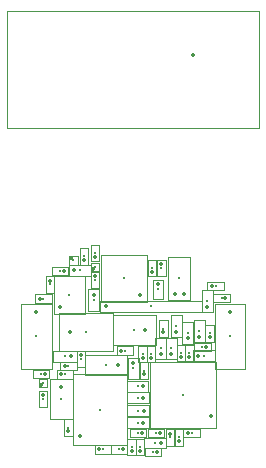
<source format=gbr>
%TF.GenerationSoftware,KiCad,Pcbnew,(6.0.0)*%
%TF.CreationDate,2022-12-06T16:55:36-05:00*%
%TF.ProjectId,headstage-64s,68656164-7374-4616-9765-2d3634732e6b,B*%
%TF.SameCoordinates,Original*%
%TF.FileFunction,Component,L1,Top*%
%TF.FilePolarity,Positive*%
%FSLAX46Y46*%
G04 Gerber Fmt 4.6, Leading zero omitted, Abs format (unit mm)*
G04 Created by KiCad (PCBNEW (6.0.0)) date 2022-12-06 16:55:36*
%MOMM*%
%LPD*%
G01*
G04 APERTURE LIST*
%TA.AperFunction,ComponentMain*%
%ADD10C,0.300000*%
%TD*%
%TA.AperFunction,ComponentOutline,Courtyard*%
%ADD11C,0.100000*%
%TD*%
%TA.AperFunction,ComponentPin*%
%ADD12P,0.360000X4X0.000000*%
%TD*%
%TA.AperFunction,ComponentPin*%
%ADD13C,0.000000*%
%TD*%
G04 APERTURE END LIST*
D10*
%TO.C,"J1"*%
%TO.CFtp,"Coax-Adapter"*%
%TO.CVal,"CONMHF4-SMD-G-T"*%
%TO.CLbN,"Headstage-64s"*%
%TO.CMnt,SMD*%
%TO.CRot,0*%
X123610000Y-61550000D03*
D11*
X125409999Y-62849999D02*
X121810001Y-62849999D01*
X121810001Y-60250001D01*
X125409999Y-60250001D01*
X125409999Y-62849999D01*
D12*
%TO.P,"J1","1","In"*%
X124510000Y-61550000D03*
D13*
%TO.P,"J1","2","Ext"*%
X122710000Y-61550000D03*
%TD*%
D10*
%TO.C,"D3"*%
%TO.CFtp,"OSRAM_SFH2400FA-Tight"*%
%TO.CVal,"SFH 2400 FA"*%
%TO.CLbN,"jonnew"*%
%TO.CMnt,SMD*%
%TO.CRot,0*%
X131700000Y-62100000D03*
D11*
X132999999Y-64899999D02*
X130400001Y-64899999D01*
X130400001Y-59400001D01*
X132999999Y-59400001D01*
X132999999Y-64899999D01*
D12*
%TO.P,"D3","1","K"*%
X131700000Y-60050000D03*
D13*
%TO.P,"D3","3","A"*%
X131050000Y-64200000D03*
%TO.P,"D3","2","C"*%
X132350000Y-64200000D03*
%TD*%
D10*
%TO.C,"D1"*%
%TO.CFtp,"OSRAM_SFH2400FA-Tight"*%
%TO.CVal,"SFH 2400 FA"*%
%TO.CLbN,"jonnew"*%
%TO.CMnt,SMD*%
%TO.CRot,0*%
X115300000Y-62100000D03*
D11*
X116599999Y-64899999D02*
X114000001Y-64899999D01*
X114000001Y-59400001D01*
X116599999Y-59400001D01*
X116599999Y-64899999D01*
D12*
%TO.P,"D1","1","K"*%
X115300000Y-60050000D03*
D13*
%TO.P,"D1","3","A"*%
X114650000Y-64200000D03*
%TO.P,"D1","2","C"*%
X115950000Y-64200000D03*
%TD*%
D10*
%TO.C,"C24"*%
%TO.CFtp,"C_0201_0603Metric"*%
%TO.CVal,"0.1uF"*%
%TO.CLbN,"Capacitor_SMD"*%
%TO.CMnt,SMD*%
%TO.CRot,0*%
X115900000Y-58900000D03*
D11*
X116599999Y-59249999D02*
X115200001Y-59249999D01*
X115200001Y-58550001D01*
X116599999Y-58550001D01*
X116599999Y-59249999D01*
D12*
%TO.P,"C24","1"*%
X115580000Y-58900000D03*
D13*
%TO.P,"C24","2"*%
X116220000Y-58900000D03*
%TD*%
D10*
%TO.C,"L7"*%
%TO.CFtp,"L_0402_1005Metric"*%
%TO.CVal,"BLM15AX102SN1D"*%
%TO.CLbN,"Inductor_SMD"*%
%TO.CMnt,SMD*%
%TO.CRot,90*%
X127150000Y-61225000D03*
D11*
X127619999Y-62154999D02*
X126680001Y-62154999D01*
X126680001Y-60295001D01*
X127619999Y-60295001D01*
X127619999Y-62154999D01*
D12*
%TO.P,"L7","1","1"*%
X127150000Y-61710000D03*
D13*
%TO.P,"L7","2","2"*%
X127150000Y-60740000D03*
%TD*%
D10*
%TO.C,"L2"*%
%TO.CFtp,"L_0402_1005Metric"*%
%TO.CVal,"BLM15AX102SN1D"*%
%TO.CLbN,"Inductor_SMD"*%
%TO.CMnt,SMD*%
%TO.CRot,180*%
X123885000Y-67300000D03*
D11*
X124814999Y-67769999D02*
X122955001Y-67769999D01*
X122955001Y-66830001D01*
X124814999Y-66830001D01*
X124814999Y-67769999D01*
D12*
%TO.P,"L2","1","1"*%
X124370000Y-67300000D03*
D13*
%TO.P,"L2","2","2"*%
X123400000Y-67300000D03*
%TD*%
D10*
%TO.C,"L1"*%
%TO.CFtp,"L_0402_1005Metric"*%
%TO.CVal,"BLM15AX102SN1D"*%
%TO.CLbN,"Inductor_SMD"*%
%TO.CMnt,SMD*%
%TO.CRot,180*%
X123900000Y-68400000D03*
D11*
X124829999Y-68869999D02*
X122970001Y-68869999D01*
X122970001Y-67930001D01*
X124829999Y-67930001D01*
X124829999Y-68869999D01*
D12*
%TO.P,"L1","1","1"*%
X124385000Y-68400000D03*
D13*
%TO.P,"L1","2","2"*%
X123415000Y-68400000D03*
%TD*%
D10*
%TO.C,"R16"*%
%TO.CFtp,"R_0201_0603Metric"*%
%TO.CVal,"15k"*%
%TO.CLbN,"Resistor_SMD"*%
%TO.CMnt,SMD*%
%TO.CRot,-90*%
X116475000Y-57700000D03*
D11*
X116824999Y-58399999D02*
X116125001Y-58399999D01*
X116125001Y-57000001D01*
X116824999Y-57000001D01*
X116824999Y-58399999D01*
D12*
%TO.P,"R16","1"*%
X116475000Y-57380000D03*
D13*
%TO.P,"R16","2"*%
X116475000Y-58020000D03*
%TD*%
D10*
%TO.C,"C41"*%
%TO.CFtp,"C_0201_0603Metric"*%
%TO.CVal,"1uF"*%
%TO.CLbN,"Capacitor_SMD"*%
%TO.CMnt,SMD*%
%TO.CRot,180*%
X117330000Y-56550000D03*
D11*
X118029999Y-56899999D02*
X116630001Y-56899999D01*
X116630001Y-56200001D01*
X118029999Y-56200001D01*
X118029999Y-56899999D01*
D12*
%TO.P,"C41","1"*%
X117650000Y-56550000D03*
D13*
%TO.P,"C41","2"*%
X117010000Y-56550000D03*
%TD*%
D10*
%TO.C,"SW1"*%
%TO.CFtp,"MITSUMI_R-668049"*%
%TO.CVal,"R-668049"*%
%TO.CLbN,"jonnew"*%
%TO.CMnt,SMD*%
%TO.CRot,90*%
X127400000Y-57200000D03*
D11*
X128324999Y-59024999D02*
X126475001Y-59024999D01*
X126475001Y-55375001D01*
X128324999Y-55375001D01*
X128324999Y-59024999D01*
D12*
%TO.P,"SW1","1","1"*%
X127775000Y-58525000D03*
X127025000Y-58525000D03*
D13*
%TO.P,"SW1","2","2"*%
X127025000Y-55875000D03*
X127775000Y-55875000D03*
%TD*%
D10*
%TO.C,"C27"*%
%TO.CFtp,"C_0201_0603Metric"*%
%TO.CVal,"1uF"*%
%TO.CLbN,"Capacitor_SMD"*%
%TO.CMnt,SMD*%
%TO.CRot,180*%
X115700000Y-65300000D03*
D11*
X116399999Y-65649999D02*
X115000001Y-65649999D01*
X115000001Y-64950001D01*
X116399999Y-64950001D01*
X116399999Y-65649999D01*
D12*
%TO.P,"C27","1"*%
X116020000Y-65300000D03*
D13*
%TO.P,"C27","2"*%
X115380000Y-65300000D03*
%TD*%
D10*
%TO.C,"U8"*%
%TO.CFtp,"LATTICE_ufcBGA64C40P8X8_3.5X3.5X1.0"*%
%TO.CVal,"LIF-MD6000-6UMG64I"*%
%TO.CLbN,"jonnew"*%
%TO.CMnt,SMD*%
%TO.CRot,180*%
X122700000Y-57200000D03*
D11*
X124649999Y-59149999D02*
X120750001Y-59149999D01*
X120750001Y-55250001D01*
X124649999Y-55250001D01*
X124649999Y-59149999D01*
D12*
%TO.P,"U8","A1","DPHY1_CKP"*%
X124100000Y-58600000D03*
D13*
%TO.P,"U8","A2","DPHY1_CKN"*%
X123700000Y-58600000D03*
%TO.P,"U8","A3","DPHY1_DP3"*%
X123300000Y-58600000D03*
%TO.P,"U8","A4","DPHY1_DN3"*%
X122900000Y-58600000D03*
%TO.P,"U8","A5","DPHY0_DN2"*%
X122500000Y-58600000D03*
%TO.P,"U8","A6","DPHY0_DP0"*%
X122100000Y-58600000D03*
%TO.P,"U8","A7","DPHY0_CKP"*%
X121700000Y-58600000D03*
%TO.P,"U8","A8","DPHY0_CKN"*%
X121300000Y-58600000D03*
%TO.P,"U8","B1","DPHY1_DP2"*%
X124100000Y-58200000D03*
%TO.P,"U8","B2","DPHY1_DN2"*%
X123700000Y-58200000D03*
%TO.P,"U8","B3","DPHY1_DP1"*%
X123300000Y-58200000D03*
%TO.P,"U8","B4","DPHY1_DN1"*%
X122900000Y-58200000D03*
%TO.P,"U8","B5","DPHY0_DP2"*%
X122500000Y-58200000D03*
%TO.P,"U8","B6","DPHY0_DN0"*%
X122100000Y-58200000D03*
%TO.P,"U8","B7","DPHY0_DP3"*%
X121700000Y-58200000D03*
%TO.P,"U8","B8","DPHY0_DN3"*%
X121300000Y-58200000D03*
%TO.P,"U8","C1","DPHY1_DP0"*%
X124100000Y-57800000D03*
%TO.P,"U8","C2","DPHY1_DN0"*%
X123700000Y-57800000D03*
%TO.P,"U8","C3","PCLKT0_0/USER_SDA/PB47"*%
X123300000Y-57800000D03*
%TO.P,"U8","C4","VCCPLL_DPHYx_"*%
X122900000Y-57800000D03*
%TO.P,"U8","C5","VCCA_DPHYx"*%
X122500000Y-57800000D03*
%TO.P,"U8","C6","GNDA_DPHYx"*%
X122100000Y-57800000D03*
%TO.P,"U8","C7","DPHY0_DP1"*%
X121700000Y-57800000D03*
%TO.P,"U8","C8","DPHY0_DN1"*%
X121300000Y-57800000D03*
%TO.P,"U8","D1","PB34B"*%
X124100000Y-57400000D03*
%TO.P,"U8","D2","GR_PCLK1_0/PB34A"*%
X123700000Y-57400000D03*
%TO.P,"U8","D3","SPI_SS/CSN/SCL/PB52"*%
X123300000Y-57400000D03*
%TO.P,"U8","D4","GND"*%
X122900000Y-57400000D03*
%TO.P,"U8","D5","VCC"*%
X122500000Y-57400000D03*
%TO.P,"U8","D6","VCCAUX"*%
X122100000Y-57400000D03*
%TO.P,"U8","D7","PCLKT2_0_/PB16A"*%
X121700000Y-57400000D03*
%TO.P,"U8","D8","GPLLT2_0/PB12A"*%
X121300000Y-57400000D03*
%TO.P,"U8","E1","MISO/PB51"*%
X124100000Y-57000000D03*
%TO.P,"U8","E2","CRESET_B"*%
X123700000Y-57000000D03*
%TO.P,"U8","E3","PCLKT0_1/USER_SCL/PB48"*%
X123300000Y-57000000D03*
%TO.P,"U8","E4","VCC"*%
X122900000Y-57000000D03*
%TO.P,"U8","E5","GND"*%
X122500000Y-57000000D03*
%TO.P,"U8","E6","VCCIO2"*%
X122100000Y-57000000D03*
%TO.P,"U8","E7","PCLKC2_0_/PB16B"*%
X121700000Y-57000000D03*
%TO.P,"U8","E8","GPLLC2_0/PB12B"*%
X121300000Y-57000000D03*
%TO.P,"U8","F1","SPI_SCK/MCK/SDA/PB53"*%
X124100000Y-56600000D03*
%TO.P,"U8","F2","MOSI/PB50"*%
X123700000Y-56600000D03*
%TO.P,"U8","F3","VCCIO0"*%
X123300000Y-56600000D03*
%TO.P,"U8","F4","VCCIO1"*%
X122900000Y-56600000D03*
%TO.P,"U8","F5","GND"*%
X122500000Y-56600000D03*
%TO.P,"U8","F6","VCCIO2"*%
X122100000Y-56600000D03*
%TO.P,"U8","F7","GR_PCLK2_0_/PB6A"*%
X121700000Y-56600000D03*
%TO.P,"U8","F8","PB6B"*%
X121300000Y-56600000D03*
%TO.P,"U8","G1","PB38D"*%
X124100000Y-56200000D03*
%TO.P,"U8","G2","PB38C"*%
X123700000Y-56200000D03*
%TO.P,"U8","G3","PMU_WKUPN/CDONE/PB49"*%
X123300000Y-56200000D03*
%TO.P,"U8","G4","VCCGPLL"*%
X122900000Y-56200000D03*
%TO.P,"U8","G5","PCLKC1_0/PB29B"*%
X122500000Y-56200000D03*
%TO.P,"U8","G6","PCLKT1_0/PB29A"*%
X122100000Y-56200000D03*
%TO.P,"U8","G7","MIPI_CLKC2_0/PB2D"*%
X121700000Y-56200000D03*
%TO.P,"U8","G8","MIPI_CLKT2_0/PB2C"*%
X121300000Y-56200000D03*
%TO.P,"U8","H1","MIPI_CLKC1_0/PB34D"*%
X124100000Y-55800000D03*
%TO.P,"U8","H2","MIPI_CLKT1_0/PB34C"*%
X123700000Y-55800000D03*
%TO.P,"U8","H3","PCLKT1_1/PB29C"*%
X123300000Y-55800000D03*
%TO.P,"U8","H4","PCLKC1_1/PB29D"*%
X122900000Y-55800000D03*
%TO.P,"U8","H5","PCLKC2_1/PB16D"*%
X122500000Y-55800000D03*
%TO.P,"U8","H6","PCLKT2_1/PB16C"*%
X122100000Y-55800000D03*
%TO.P,"U8","H7","PB12D"*%
X121700000Y-55800000D03*
%TO.P,"U8","H8","PB12C"*%
X121300000Y-55800000D03*
%TD*%
D10*
%TO.C,"R15"*%
%TO.CFtp,"R_0201_0603Metric"*%
%TO.CVal,"49.9"*%
%TO.CLbN,"Resistor_SMD"*%
%TO.CMnt,SMD*%
%TO.CRot,90*%
X126070000Y-61450000D03*
D11*
X126419999Y-62149999D02*
X125720001Y-62149999D01*
X125720001Y-60750001D01*
X126419999Y-60750001D01*
X126419999Y-62149999D01*
D12*
%TO.P,"R15","1"*%
X126070000Y-61770000D03*
D13*
%TO.P,"R15","2"*%
X126070000Y-61130000D03*
%TD*%
D10*
%TO.C,"D2"*%
%TO.CFtp,"ROHM_SML-P11MTT86R"*%
%TO.CVal,"SML-P11UTT86R"*%
%TO.CLbN,"jonnew"*%
%TO.CMnt,SMD*%
%TO.CRot,-90*%
X125600000Y-58100000D03*
D11*
X125999999Y-58899999D02*
X125200001Y-58899999D01*
X125200001Y-57300001D01*
X125999999Y-57300001D01*
X125999999Y-58899999D01*
D12*
%TO.P,"D2","1","K"*%
X125600000Y-57650000D03*
D13*
%TO.P,"D2","2","A"*%
X125600000Y-58550000D03*
%TD*%
D10*
%TO.C,"U7"*%
%TO.CFtp,"TI_RHB0032P"*%
%TO.CVal,"DS90UB953A-Q1"*%
%TO.CLbN,"jonnew"*%
%TO.CMnt,SMD*%
%TO.CRot,180*%
X127700000Y-67100000D03*
D11*
X130499999Y-69899999D02*
X124900001Y-69899999D01*
X124900001Y-64300001D01*
X130499999Y-64300001D01*
X130499999Y-69899999D01*
D12*
%TO.P,"U7","1","CSI_D1P"*%
X130100000Y-68849999D03*
D13*
%TO.P,"U7","33","DAP(GND)"*%
X127700000Y-67100000D03*
%TO.P,"U7","32","CSI_D2N"*%
X129449999Y-69500000D03*
%TO.P,"U7","31","CSI_D2P"*%
X128950000Y-69500000D03*
%TO.P,"U7","30","CSI_D3N"*%
X128450001Y-69500000D03*
%TO.P,"U7","29","CSI_D3P"*%
X127950000Y-69500000D03*
%TO.P,"U7","28","GPIO_3"*%
X127450000Y-69500000D03*
%TO.P,"U7","27","GPIO_2"*%
X126950002Y-69500000D03*
%TO.P,"U7","26","VDDD_CAP"*%
X126450000Y-69500000D03*
%TO.P,"U7","25","VDDD"*%
X125950001Y-69500000D03*
%TO.P,"U7","24","SCL"*%
X125300000Y-68849999D03*
%TO.P,"U7","23","SDA"*%
X125300000Y-68350000D03*
%TO.P,"U7","22","RES1"*%
X125300000Y-67850001D03*
%TO.P,"U7","21","MODE"*%
X125300000Y-67350000D03*
%TO.P,"U7","20","CLKIN"*%
X125300000Y-66850000D03*
%TO.P,"U7","19","CLK_OUT/IDX"*%
X125300000Y-66350002D03*
%TO.P,"U7","18","GPIO_1"*%
X125300000Y-65850000D03*
%TO.P,"U7","17","GPIO_0"*%
X125300000Y-65350001D03*
%TO.P,"U7","16","VDDDRV"*%
X125950001Y-64700000D03*
%TO.P,"U7","15","VDDDRV_CAP"*%
X126450000Y-64700000D03*
%TO.P,"U7","14","DOUT+"*%
X126950002Y-64700000D03*
%TO.P,"U7","13","DOUT-"*%
X127450000Y-64700000D03*
%TO.P,"U7","12","LPF2"*%
X127950000Y-64700000D03*
%TO.P,"U7","11","VDDPLL"*%
X128450001Y-64700000D03*
%TO.P,"U7","10","VDDPLL_CAP"*%
X128950000Y-64700000D03*
%TO.P,"U7","9","LPF1"*%
X129449999Y-64700000D03*
%TO.P,"U7","8","PDB"*%
X130100000Y-65350001D03*
%TO.P,"U7","7","RES0"*%
X130100000Y-65850000D03*
%TO.P,"U7","6","CSI_CLKN"*%
X130100000Y-66350002D03*
%TO.P,"U7","5","CSI_CLKP"*%
X130100000Y-66850000D03*
%TO.P,"U7","4","CSI_D0N"*%
X130100000Y-67350000D03*
%TO.P,"U7","3","CSI_D0P"*%
X130100000Y-67850001D03*
%TO.P,"U7","2","CSI_D1N"*%
X130100000Y-68350000D03*
%TD*%
D10*
%TO.C,"J3"*%
%TO.CFtp,"IDC-Header_2x05_P2.54mm_Vertical"*%
%TO.CVal,"SBH11-PBPC-D05-ST-BK"*%
%TO.CLbN,"Connector_IDC"*%
%TO.CMnt,TH*%
%TO.CRot,-90*%
X128580000Y-38247500D03*
D11*
X134179999Y-44467499D02*
X112820001Y-44467499D01*
X112820001Y-34567501D01*
X134179999Y-34567501D01*
X134179999Y-44467499D01*
D12*
%TO.P,"J3","1","Pin_1"*%
X128580000Y-38247500D03*
D13*
%TO.P,"J3","2","Pin_2"*%
X128580000Y-40787500D03*
%TO.P,"J3","3","Pin_3"*%
X126040000Y-38247500D03*
%TO.P,"J3","4","Pin_4"*%
X126040000Y-40787500D03*
%TO.P,"J3","5","Pin_5"*%
X123500000Y-38247500D03*
%TO.P,"J3","6","Pin_6"*%
X123500000Y-40787500D03*
%TO.P,"J3","7","Pin_7"*%
X120960000Y-38247500D03*
%TO.P,"J3","8","Pin_8"*%
X120960000Y-40787500D03*
%TO.P,"J3","9","Pin_9"*%
X118420000Y-38247500D03*
%TO.P,"J3","10","Pin_10"*%
X118420000Y-40787500D03*
%TD*%
D10*
%TO.C,"C29"*%
%TO.CFtp,"C_0201_0603Metric"*%
%TO.CVal,"1uF"*%
%TO.CLbN,"Capacitor_SMD"*%
%TO.CMnt,SMD*%
%TO.CRot,-90*%
X115900000Y-67400000D03*
D11*
X116249999Y-68099999D02*
X115550001Y-68099999D01*
X115550001Y-66700001D01*
X116249999Y-66700001D01*
X116249999Y-68099999D01*
D12*
%TO.P,"C29","1"*%
X115900000Y-67080000D03*
D13*
%TO.P,"C29","2"*%
X115900000Y-67720000D03*
%TD*%
D10*
%TO.C,"C40"*%
%TO.CFtp,"C_0201_0603Metric"*%
%TO.CVal,"1uF"*%
%TO.CLbN,"Capacitor_SMD"*%
%TO.CMnt,SMD*%
%TO.CRot,-90*%
X120275000Y-57325000D03*
D11*
X120624999Y-58024999D02*
X119925001Y-58024999D01*
X119925001Y-56625001D01*
X120624999Y-56625001D01*
X120624999Y-58024999D01*
D12*
%TO.P,"C40","1"*%
X120275000Y-57005000D03*
D13*
%TO.P,"C40","2"*%
X120275000Y-57645000D03*
%TD*%
D10*
%TO.C,"C20"*%
%TO.CFtp,"C_0201_0603Metric"*%
%TO.CVal,"0.1uF"*%
%TO.CLbN,"Capacitor_SMD"*%
%TO.CMnt,SMD*%
%TO.CRot,90*%
X118025000Y-69825000D03*
D11*
X118374999Y-70524999D02*
X117675001Y-70524999D01*
X117675001Y-69125001D01*
X118374999Y-69125001D01*
X118374999Y-70524999D01*
D12*
%TO.P,"C20","1"*%
X118025000Y-70145000D03*
D13*
%TO.P,"C20","2"*%
X118025000Y-69505000D03*
%TD*%
D10*
%TO.C,"R25"*%
%TO.CFtp,"R_0201_0603Metric"*%
%TO.CVal,"1k"*%
%TO.CLbN,"Resistor_SMD"*%
%TO.CMnt,SMD*%
%TO.CRot,90*%
X125100000Y-56300000D03*
D11*
X125449999Y-56999999D02*
X124750001Y-56999999D01*
X124750001Y-55600001D01*
X125449999Y-55600001D01*
X125449999Y-56999999D01*
D12*
%TO.P,"R25","1"*%
X125100000Y-56620000D03*
D13*
%TO.P,"R25","2"*%
X125100000Y-55980000D03*
%TD*%
D10*
%TO.C,"C34"*%
%TO.CFtp,"C_0402_1005Metric"*%
%TO.CVal,"1uF"*%
%TO.CLbN,"Capacitor_SMD"*%
%TO.CMnt,SMD*%
%TO.CRot,180*%
X123875000Y-66325000D03*
D11*
X124784999Y-66784999D02*
X122965001Y-66784999D01*
X122965001Y-65865001D01*
X124784999Y-65865001D01*
X124784999Y-66784999D01*
D12*
%TO.P,"C34","1"*%
X124355000Y-66325000D03*
D13*
%TO.P,"C34","2"*%
X123395000Y-66325000D03*
%TD*%
D10*
%TO.C,"R7"*%
%TO.CFtp,"R_0201_0603Metric"*%
%TO.CVal,"2k"*%
%TO.CLbN,"Resistor_SMD"*%
%TO.CMnt,SMD*%
%TO.CRot,-90*%
X119100000Y-64025000D03*
D11*
X119449999Y-64724999D02*
X118750001Y-64724999D01*
X118750001Y-63325001D01*
X119449999Y-63325001D01*
X119449999Y-64724999D01*
D12*
%TO.P,"R7","1"*%
X119100000Y-63705000D03*
D13*
%TO.P,"R7","2"*%
X119100000Y-64345000D03*
%TD*%
D10*
%TO.C,"R8"*%
%TO.CFtp,"R_0201_0603Metric"*%
%TO.CVal,"2k"*%
%TO.CLbN,"Resistor_SMD"*%
%TO.CMnt,SMD*%
%TO.CRot,0*%
X122800000Y-63300000D03*
D11*
X123499999Y-63649999D02*
X122100001Y-63649999D01*
X122100001Y-62950001D01*
X123499999Y-62950001D01*
X123499999Y-63649999D01*
D12*
%TO.P,"R8","1"*%
X122480000Y-63300000D03*
D13*
%TO.P,"R8","2"*%
X123120000Y-63300000D03*
%TD*%
D10*
%TO.C,"R20"*%
%TO.CFtp,"R_0201_0603Metric"*%
%TO.CVal,"4.7k"*%
%TO.CLbN,"Resistor_SMD"*%
%TO.CMnt,SMD*%
%TO.CRot,-90*%
X125900000Y-56300000D03*
D11*
X126249999Y-56999999D02*
X125550001Y-56999999D01*
X125550001Y-55600001D01*
X126249999Y-55600001D01*
X126249999Y-56999999D01*
D12*
%TO.P,"R20","1"*%
X125900000Y-55980000D03*
D13*
%TO.P,"R20","2"*%
X125900000Y-56620000D03*
%TD*%
D10*
%TO.C,"C8"*%
%TO.CFtp,"C_0201_0603Metric"*%
%TO.CVal,"10nF"*%
%TO.CLbN,"Capacitor_SMD"*%
%TO.CMnt,SMD*%
%TO.CRot,90*%
X124300000Y-63600000D03*
D11*
X124649999Y-64299999D02*
X123950001Y-64299999D01*
X123950001Y-62900001D01*
X124649999Y-62900001D01*
X124649999Y-64299999D01*
D12*
%TO.P,"C8","1"*%
X124300000Y-63920000D03*
D13*
%TO.P,"C8","2"*%
X124300000Y-63280000D03*
%TD*%
D10*
%TO.C,"C14"*%
%TO.CFtp,"C_0201_0603Metric"*%
%TO.CVal,"10nF"*%
%TO.CLbN,"Capacitor_SMD"*%
%TO.CMnt,SMD*%
%TO.CRot,180*%
X123930000Y-70275000D03*
D11*
X124629999Y-70624999D02*
X123230001Y-70624999D01*
X123230001Y-69925001D01*
X124629999Y-69925001D01*
X124629999Y-70624999D01*
D12*
%TO.P,"C14","1"*%
X124250000Y-70275000D03*
D13*
%TO.P,"C14","2"*%
X123610000Y-70275000D03*
%TD*%
D10*
%TO.C,"R11"*%
%TO.CFtp,"R_0201_0603Metric"*%
%TO.CVal,"4.7k"*%
%TO.CLbN,"Resistor_SMD"*%
%TO.CMnt,SMD*%
%TO.CRot,0*%
X117725000Y-65325000D03*
D11*
X118424999Y-65674999D02*
X117025001Y-65674999D01*
X117025001Y-64975001D01*
X118424999Y-64975001D01*
X118424999Y-65674999D01*
D12*
%TO.P,"R11","1"*%
X117405000Y-65325000D03*
D13*
%TO.P,"R11","2"*%
X118045000Y-65325000D03*
%TD*%
D10*
%TO.C,"C12"*%
%TO.CFtp,"C_0402_1005Metric"*%
%TO.CVal,"0.1uF"*%
%TO.CLbN,"Capacitor_SMD"*%
%TO.CMnt,SMD*%
%TO.CRot,90*%
X125830000Y-63120000D03*
D11*
X126289999Y-64029999D02*
X125370001Y-64029999D01*
X125370001Y-62210001D01*
X126289999Y-62210001D01*
X126289999Y-64029999D01*
D12*
%TO.P,"C12","1"*%
X125830000Y-63600000D03*
D13*
%TO.P,"C12","2"*%
X125830000Y-62640000D03*
%TD*%
D10*
%TO.C,"R5"*%
%TO.CFtp,"R_0201_0603Metric"*%
%TO.CVal,"?"*%
%TO.CLbN,"Resistor_SMD"*%
%TO.CMnt,SMD*%
%TO.CRot,90*%
X127375000Y-70650000D03*
D11*
X127724999Y-71349999D02*
X127025001Y-71349999D01*
X127025001Y-69950001D01*
X127724999Y-69950001D01*
X127724999Y-71349999D01*
D12*
%TO.P,"R5","1"*%
X127375000Y-70970000D03*
D13*
%TO.P,"R5","2"*%
X127375000Y-70330000D03*
%TD*%
D10*
%TO.C,"C16"*%
%TO.CFtp,"C_0201_0603Metric"*%
%TO.CVal,"10nF"*%
%TO.CLbN,"Capacitor_SMD"*%
%TO.CMnt,SMD*%
%TO.CRot,90*%
X128275000Y-63500000D03*
D11*
X128624999Y-64199999D02*
X127925001Y-64199999D01*
X127925001Y-62800001D01*
X128624999Y-62800001D01*
X128624999Y-64199999D01*
D12*
%TO.P,"C16","1"*%
X128275000Y-63820000D03*
D13*
%TO.P,"C16","2"*%
X128275000Y-63180000D03*
%TD*%
D10*
%TO.C,"C17"*%
%TO.CFtp,"C_0402_1005Metric"*%
%TO.CVal,"1uF"*%
%TO.CLbN,"Capacitor_SMD"*%
%TO.CMnt,SMD*%
%TO.CRot,180*%
X123900000Y-69400000D03*
D11*
X124809999Y-69859999D02*
X122990001Y-69859999D01*
X122990001Y-68940001D01*
X124809999Y-68940001D01*
X124809999Y-69859999D01*
D12*
%TO.P,"C17","1"*%
X124380000Y-69400000D03*
D13*
%TO.P,"C17","2"*%
X123420000Y-69400000D03*
%TD*%
D10*
%TO.C,"C4"*%
%TO.CFtp,"C_0201_0603Metric"*%
%TO.CVal,"0.1uF"*%
%TO.CLbN,"Capacitor_SMD"*%
%TO.CMnt,SMD*%
%TO.CRot,-90*%
X126625000Y-70650000D03*
D11*
X126974999Y-71349999D02*
X126275001Y-71349999D01*
X126275001Y-69950001D01*
X126974999Y-69950001D01*
X126974999Y-71349999D01*
D12*
%TO.P,"C4","1"*%
X126625000Y-70330000D03*
D13*
%TO.P,"C4","2"*%
X126625000Y-70970000D03*
%TD*%
D10*
%TO.C,"C7"*%
%TO.CFtp,"C_0201_0603Metric"*%
%TO.CVal,"10nF"*%
%TO.CLbN,"Capacitor_SMD"*%
%TO.CMnt,SMD*%
%TO.CRot,180*%
X125425000Y-70275000D03*
D11*
X126124999Y-70624999D02*
X124725001Y-70624999D01*
X124725001Y-69925001D01*
X126124999Y-69925001D01*
X126124999Y-70624999D01*
D12*
%TO.P,"C7","1"*%
X125745000Y-70275000D03*
D13*
%TO.P,"C7","2"*%
X125105000Y-70275000D03*
%TD*%
D10*
%TO.C,"C37"*%
%TO.CFtp,"C_0201_0603Metric"*%
%TO.CVal,"1uF"*%
%TO.CLbN,"Capacitor_SMD"*%
%TO.CMnt,SMD*%
%TO.CRot,90*%
X120300000Y-55050000D03*
D11*
X120649999Y-55749999D02*
X119950001Y-55749999D01*
X119950001Y-54350001D01*
X120649999Y-54350001D01*
X120649999Y-55749999D01*
D12*
%TO.P,"C37","1"*%
X120300000Y-55370000D03*
D13*
%TO.P,"C37","2"*%
X120300000Y-54730000D03*
%TD*%
D10*
%TO.C,"C26"*%
%TO.CFtp,"C_0201_0603Metric"*%
%TO.CVal,"0.1uF"*%
%TO.CLbN,"Capacitor_SMD"*%
%TO.CMnt,SMD*%
%TO.CRot,0*%
X130500000Y-57850000D03*
D11*
X131199999Y-58199999D02*
X129800001Y-58199999D01*
X129800001Y-57500001D01*
X131199999Y-57500001D01*
X131199999Y-58199999D01*
D12*
%TO.P,"C26","1"*%
X130180000Y-57850000D03*
D13*
%TO.P,"C26","2"*%
X130820000Y-57850000D03*
%TD*%
D10*
%TO.C,"L3"*%
%TO.CFtp,"L_1210_3225Metric"*%
%TO.CVal,"CBC3225T101MR"*%
%TO.CLbN,"Inductor_SMD"*%
%TO.CMnt,SMD*%
%TO.CRot,0*%
X119530000Y-61720000D03*
D11*
X121809999Y-63299999D02*
X117250001Y-63299999D01*
X117250001Y-60140001D01*
X121809999Y-60140001D01*
X121809999Y-63299999D01*
D12*
%TO.P,"L3","1","1"*%
X118130000Y-61720000D03*
D13*
%TO.P,"L3","2","2"*%
X120930000Y-61720000D03*
%TD*%
D10*
%TO.C,"C2"*%
%TO.CFtp,"C_0402_1005Metric"*%
%TO.CVal,"10uF"*%
%TO.CLbN,"Capacitor_SMD"*%
%TO.CMnt,SMD*%
%TO.CRot,-90*%
X123500000Y-64800000D03*
D11*
X123959999Y-65709999D02*
X123040001Y-65709999D01*
X123040001Y-63890001D01*
X123959999Y-63890001D01*
X123959999Y-65709999D01*
D12*
%TO.P,"C2","1"*%
X123500000Y-64320000D03*
D13*
%TO.P,"C2","2"*%
X123500000Y-65280000D03*
%TD*%
D10*
%TO.C,"C1"*%
%TO.CFtp,"C_0402_1005Metric"*%
%TO.CVal,"10uF"*%
%TO.CLbN,"Capacitor_SMD"*%
%TO.CMnt,SMD*%
%TO.CRot,180*%
X125350000Y-71125000D03*
D11*
X126259999Y-71584999D02*
X124440001Y-71584999D01*
X124440001Y-70665001D01*
X126259999Y-70665001D01*
X126259999Y-71584999D01*
D12*
%TO.P,"C1","1"*%
X125830000Y-71125000D03*
D13*
%TO.P,"C1","2"*%
X124870000Y-71125000D03*
%TD*%
D10*
%TO.C,"U4"*%
%TO.CFtp,"ONSEMI_567JZ_WLCSP4-0.64x0.64"*%
%TO.CVal,"NCP163AFCT330T2G"*%
%TO.CLbN,"jonnew"*%
%TO.CMnt,SMD*%
%TO.CRot,90*%
X115900000Y-66075000D03*
D11*
X116249999Y-66424999D02*
X115550001Y-66424999D01*
X115550001Y-65725001D01*
X116249999Y-65725001D01*
X116249999Y-66424999D01*
D12*
%TO.P,"U4","A1","VIN"*%
X115725000Y-66250000D03*
D13*
%TO.P,"U4","A2","VOUT"*%
X115725000Y-65900000D03*
%TO.P,"U4","B1","EN"*%
X116075000Y-66250000D03*
%TO.P,"U4","B2","GND"*%
X116075000Y-65900000D03*
%TD*%
D10*
%TO.C,"C18"*%
%TO.CFtp,"C_0805_2012Metric"*%
%TO.CVal,"47uF"*%
%TO.CLbN,"Capacitor_SMD"*%
%TO.CMnt,SMD*%
%TO.CRot,-90*%
X117425000Y-67375000D03*
D11*
X118404999Y-69074999D02*
X116445001Y-69074999D01*
X116445001Y-65675001D01*
X118404999Y-65675001D01*
X118404999Y-69074999D01*
D12*
%TO.P,"C18","1"*%
X117425000Y-66425000D03*
D13*
%TO.P,"C18","2"*%
X117425000Y-68325000D03*
%TD*%
D10*
%TO.C,"U10"*%
%TO.CFtp,"ONSEMI_567JZ_WLCSP4-0.64x0.64"*%
%TO.CVal,"NCP163AFCT120T2G"*%
%TO.CLbN,"jonnew"*%
%TO.CMnt,SMD*%
%TO.CRot,0*%
X118450000Y-55675000D03*
D11*
X118799999Y-56024999D02*
X118100001Y-56024999D01*
X118100001Y-55325001D01*
X118799999Y-55325001D01*
X118799999Y-56024999D01*
D12*
%TO.P,"U10","A1","VIN"*%
X118275000Y-55500000D03*
D13*
%TO.P,"U10","A2","VOUT"*%
X118625000Y-55500000D03*
%TO.P,"U10","B1","EN"*%
X118275000Y-55850000D03*
%TO.P,"U10","B2","GND"*%
X118625000Y-55850000D03*
%TD*%
D10*
%TO.C,"U3"*%
%TO.CFtp,"LGA-28_5.2x3.8mm_P0.5mm"*%
%TO.CVal,"BNO055"*%
%TO.CLbN,"Package_LGA"*%
%TO.CMnt,SMD*%
%TO.CRot,90*%
X120700000Y-68300000D03*
D11*
X122949999Y-71279999D02*
X118450001Y-71279999D01*
X118450001Y-65320001D01*
X122949999Y-65320001D01*
X122949999Y-71279999D01*
D12*
%TO.P,"U3","1","PIN1"*%
X119037500Y-70550000D03*
D13*
%TO.P,"U3","28","VDDIO"*%
X119037500Y-70050000D03*
%TO.P,"U3","27","XIN32"*%
X119037500Y-69550000D03*
%TO.P,"U3","26","XOUT32"*%
X119037500Y-69050000D03*
%TO.P,"U3","25","GNDIO"*%
X119037500Y-68550000D03*
%TO.P,"U3","24","PIN24"*%
X119037500Y-68050000D03*
%TO.P,"U3","23","PIN23"*%
X119037500Y-67550000D03*
%TO.P,"U3","22","PIN22"*%
X119037500Y-67050000D03*
%TO.P,"U3","21","PIN21"*%
X119037500Y-66550000D03*
%TO.P,"U3","20","COM0"*%
X119037500Y-66050000D03*
%TO.P,"U3","19","COM1"*%
X119950000Y-65912500D03*
%TO.P,"U3","18","COM2"*%
X120450000Y-65912500D03*
%TO.P,"U3","17","COM3"*%
X120950000Y-65912500D03*
%TO.P,"U3","16","GNDIO"*%
X121450000Y-65912500D03*
%TO.P,"U3","15","GNDIO"*%
X122362500Y-66050000D03*
%TO.P,"U3","14","INT"*%
X122362500Y-66550000D03*
%TO.P,"U3","13","PIN13"*%
X122362500Y-67050000D03*
%TO.P,"U3","12","PIN12"*%
X122362500Y-67550000D03*
%TO.P,"U3","11","~{RESET}"*%
X122362500Y-68050000D03*
%TO.P,"U3","10","BL_IND"*%
X122362500Y-68550000D03*
%TO.P,"U3","9","CAP"*%
X122362500Y-69050000D03*
%TO.P,"U3","8","PIN8"*%
X122362500Y-69550000D03*
%TO.P,"U3","7","PIN7"*%
X122362500Y-70050000D03*
%TO.P,"U3","6","PS0"*%
X122362500Y-70550000D03*
%TO.P,"U3","5","PS1"*%
X121450000Y-70687500D03*
%TO.P,"U3","4","~{BOOT_LOAD_PIN}"*%
X120950000Y-70687500D03*
%TO.P,"U3","3","VDD"*%
X120450000Y-70687500D03*
%TO.P,"U3","2","GND"*%
X119950000Y-70687500D03*
%TD*%
D10*
%TO.C,"L9"*%
%TO.CFtp,"L_0402_1005Metric"*%
%TO.CVal,"BLM15PX601SN1D"*%
%TO.CLbN,"Inductor_SMD"*%
%TO.CMnt,SMD*%
%TO.CRot,0*%
X119005000Y-56500000D03*
D11*
X119934999Y-56969999D02*
X118075001Y-56969999D01*
X118075001Y-56030001D01*
X119934999Y-56030001D01*
X119934999Y-56969999D01*
D12*
%TO.P,"L9","1","1"*%
X118520000Y-56500000D03*
D13*
%TO.P,"L9","2","2"*%
X119490000Y-56500000D03*
%TD*%
D10*
%TO.C,"R12"*%
%TO.CFtp,"R_0201_0603Metric"*%
%TO.CVal,"4.7k"*%
%TO.CLbN,"Resistor_SMD"*%
%TO.CMnt,SMD*%
%TO.CRot,0*%
X118030000Y-64625000D03*
D11*
X118729999Y-64974999D02*
X117330001Y-64974999D01*
X117330001Y-64275001D01*
X118729999Y-64275001D01*
X118729999Y-64974999D01*
D12*
%TO.P,"R12","1"*%
X117710000Y-64625000D03*
D13*
%TO.P,"R12","2"*%
X118350000Y-64625000D03*
%TD*%
D10*
%TO.C,"C21"*%
%TO.CFtp,"C_0201_0603Metric"*%
%TO.CVal,"0.1uF"*%
%TO.CLbN,"Capacitor_SMD"*%
%TO.CMnt,SMD*%
%TO.CRot,90*%
X123375000Y-71450000D03*
D11*
X123724999Y-72149999D02*
X123025001Y-72149999D01*
X123025001Y-70750001D01*
X123724999Y-70750001D01*
X123724999Y-72149999D01*
D12*
%TO.P,"C21","1"*%
X123375000Y-71770000D03*
D13*
%TO.P,"C21","2"*%
X123375000Y-71130000D03*
%TD*%
D10*
%TO.C,"R6"*%
%TO.CFtp,"R_0201_0603Metric"*%
%TO.CVal,"40.2k\u002C1\u0025"*%
%TO.CLbN,"Resistor_SMD"*%
%TO.CMnt,SMD*%
%TO.CRot,0*%
X128450000Y-70275000D03*
D11*
X129149999Y-70624999D02*
X127750001Y-70624999D01*
X127750001Y-69925001D01*
X129149999Y-69925001D01*
X129149999Y-70624999D01*
D12*
%TO.P,"R6","1"*%
X128130000Y-70275000D03*
D13*
%TO.P,"R6","2"*%
X128770000Y-70275000D03*
%TD*%
D10*
%TO.C,"C9"*%
%TO.CFtp,"C_0201_0603Metric"*%
%TO.CVal,"10nF"*%
%TO.CLbN,"Capacitor_SMD"*%
%TO.CMnt,SMD*%
%TO.CRot,180*%
X129375000Y-62975000D03*
D11*
X130074999Y-63324999D02*
X128675001Y-63324999D01*
X128675001Y-62625001D01*
X130074999Y-62625001D01*
X130074999Y-63324999D01*
D12*
%TO.P,"C9","1"*%
X129695000Y-62975000D03*
D13*
%TO.P,"C9","2"*%
X129055000Y-62975000D03*
%TD*%
D10*
%TO.C,"C6"*%
%TO.CFtp,"C_0201_0603Metric"*%
%TO.CVal,"0.1uF"*%
%TO.CLbN,"Capacitor_SMD"*%
%TO.CMnt,SMD*%
%TO.CRot,90*%
X129975000Y-61850000D03*
D11*
X130324999Y-62549999D02*
X129625001Y-62549999D01*
X129625001Y-61150001D01*
X130324999Y-61150001D01*
X130324999Y-62549999D01*
D12*
%TO.P,"C6","1"*%
X129975000Y-62170000D03*
D13*
%TO.P,"C6","2"*%
X129975000Y-61530000D03*
%TD*%
D10*
%TO.C,"C15"*%
%TO.CFtp,"C_0201_0603Metric"*%
%TO.CVal,"10nF"*%
%TO.CLbN,"Capacitor_SMD"*%
%TO.CMnt,SMD*%
%TO.CRot,90*%
X124400000Y-65000000D03*
D11*
X124749999Y-65699999D02*
X124050001Y-65699999D01*
X124050001Y-64300001D01*
X124749999Y-64300001D01*
X124749999Y-65699999D01*
D12*
%TO.P,"C15","1"*%
X124400000Y-65320000D03*
D13*
%TO.P,"C15","2"*%
X124400000Y-64680000D03*
%TD*%
D10*
%TO.C,"U5"*%
%TO.CFtp,"TI_SIP0008B"*%
%TO.CVal,"TPS826951"*%
%TO.CLbN,"jonnew"*%
%TO.CMnt,SMD*%
%TO.CRot,90*%
X118100000Y-58575000D03*
D11*
X119399999Y-60174999D02*
X116800001Y-60174999D01*
X116800001Y-56975001D01*
X119399999Y-56975001D01*
X119399999Y-60174999D01*
D12*
%TO.P,"U5","A1","VOUT"*%
X117299999Y-59574998D03*
D13*
%TO.P,"U5","A2","VIN"*%
X117300000Y-58575000D03*
%TO.P,"U5","A3","VIN"*%
X117300000Y-57575000D03*
%TO.P,"U5","B1","MODE"*%
X118100000Y-59575000D03*
%TO.P,"U5","B2","EN"*%
X118100000Y-58575000D03*
%TO.P,"U5","C1","GND"*%
X118900000Y-59575000D03*
%TO.P,"U5","C2","GND"*%
X118900000Y-58575000D03*
%TO.P,"U5","C3","GND"*%
X118900000Y-57575000D03*
%TD*%
D10*
%TO.C,"L8"*%
%TO.CFtp,"L_0402_1005Metric"*%
%TO.CVal,"BLM15PX601SN1D"*%
%TO.CLbN,"Inductor_SMD"*%
%TO.CMnt,SMD*%
%TO.CRot,-90*%
X120175000Y-59050000D03*
D11*
X120644999Y-59979999D02*
X119705001Y-59979999D01*
X119705001Y-58120001D01*
X120644999Y-58120001D01*
X120644999Y-59979999D01*
D12*
%TO.P,"L8","1","1"*%
X120175000Y-58565000D03*
D13*
%TO.P,"L8","2","2"*%
X120175000Y-59535000D03*
%TD*%
D10*
%TO.C,"R4"*%
%TO.CFtp,"R_0201_0603Metric"*%
%TO.CVal,"78.7k\u002C1\u0025"*%
%TO.CLbN,"Resistor_SMD"*%
%TO.CMnt,SMD*%
%TO.CRot,180*%
X122325000Y-71675000D03*
D11*
X123024999Y-72024999D02*
X121625001Y-72024999D01*
X121625001Y-71325001D01*
X123024999Y-71325001D01*
X123024999Y-72024999D01*
D12*
%TO.P,"R4","1"*%
X122645000Y-71675000D03*
D13*
%TO.P,"R4","2"*%
X122005000Y-71675000D03*
%TD*%
D10*
%TO.C,"C5"*%
%TO.CFtp,"C_0201_0603Metric"*%
%TO.CVal,"0.1uF"*%
%TO.CLbN,"Capacitor_SMD"*%
%TO.CMnt,SMD*%
%TO.CRot,90*%
X125000000Y-63600000D03*
D11*
X125349999Y-64299999D02*
X124650001Y-64299999D01*
X124650001Y-62900001D01*
X125349999Y-62900001D01*
X125349999Y-64299999D01*
D12*
%TO.P,"C5","1"*%
X125000000Y-63920000D03*
D13*
%TO.P,"C5","2"*%
X125000000Y-63280000D03*
%TD*%
D10*
%TO.C,"C25"*%
%TO.CFtp,"C_0402_1005Metric"*%
%TO.CVal,"1uF"*%
%TO.CLbN,"Capacitor_SMD"*%
%TO.CMnt,SMD*%
%TO.CRot,90*%
X129800000Y-59100000D03*
D11*
X130259999Y-60009999D02*
X129340001Y-60009999D01*
X129340001Y-58190001D01*
X130259999Y-58190001D01*
X130259999Y-60009999D01*
D12*
%TO.P,"C25","1"*%
X129800000Y-59580000D03*
D13*
%TO.P,"C25","2"*%
X129800000Y-58620000D03*
%TD*%
D10*
%TO.C,"J5"*%
%TO.CFtp,"ONIXJTAG-RevA"*%
%TO.CVal,"PINHD-1x7_ONIXJTAG-RevA"*%
%TO.CLbN,"jonnew"*%
%TO.CMnt,SMD*%
%TO.CRot,0*%
X124997047Y-59567641D03*
D11*
X129297046Y-60067640D02*
X120697048Y-60067640D01*
X120697048Y-59067642D01*
X129297046Y-59067642D01*
X129297046Y-60067640D01*
D12*
%TO.P,"J5","1","GND"*%
X121187047Y-59567641D03*
D13*
%TO.P,"J5","7","TCK"*%
X128807047Y-59567641D03*
%TO.P,"J5","6","TMS"*%
X127537047Y-59567641D03*
%TO.P,"J5","5","TDO"*%
X126267047Y-59567641D03*
%TO.P,"J5","4","TDI"*%
X124997047Y-59567641D03*
%TO.P,"J5","3","VREF"*%
X123727047Y-59567641D03*
%TO.P,"J5","2","VCOAX"*%
X122457047Y-59567641D03*
%TD*%
D10*
%TO.C,"L4"*%
%TO.CFtp,"L_0805_2012Metric"*%
%TO.CVal,"CIG21L4R7MNE"*%
%TO.CLbN,"Inductor_SMD"*%
%TO.CMnt,SMD*%
%TO.CRot,180*%
X121200000Y-64500000D03*
D11*
X122949999Y-65349999D02*
X119450001Y-65349999D01*
X119450001Y-63650001D01*
X122949999Y-63650001D01*
X122949999Y-65349999D01*
D12*
%TO.P,"L4","1","1"*%
X122262500Y-64500000D03*
D13*
%TO.P,"L4","2","2"*%
X120137500Y-64500000D03*
%TD*%
D10*
%TO.C,"C35"*%
%TO.CFtp,"C_0402_1005Metric"*%
%TO.CVal,"1uF"*%
%TO.CLbN,"Capacitor_SMD"*%
%TO.CMnt,SMD*%
%TO.CRot,90*%
X128125000Y-61800000D03*
D11*
X128584999Y-62709999D02*
X127665001Y-62709999D01*
X127665001Y-60890001D01*
X128584999Y-60890001D01*
X128584999Y-62709999D01*
D12*
%TO.P,"C35","1"*%
X128125000Y-62280000D03*
D13*
%TO.P,"C35","2"*%
X128125000Y-61320000D03*
%TD*%
D10*
%TO.C,"R3"*%
%TO.CFtp,"R_0201_0603Metric"*%
%TO.CVal,"39.2\u002C1\u0025"*%
%TO.CLbN,"Resistor_SMD"*%
%TO.CMnt,SMD*%
%TO.CRot,180*%
X125175000Y-71900000D03*
D11*
X125874999Y-72249999D02*
X124475001Y-72249999D01*
X124475001Y-71550001D01*
X125874999Y-71550001D01*
X125874999Y-72249999D01*
D12*
%TO.P,"R3","1"*%
X125495000Y-71900000D03*
D13*
%TO.P,"R3","2"*%
X124855000Y-71900000D03*
%TD*%
D10*
%TO.C,"R17"*%
%TO.CFtp,"R_0201_0603Metric"*%
%TO.CVal,"15k"*%
%TO.CLbN,"Resistor_SMD"*%
%TO.CMnt,SMD*%
%TO.CRot,180*%
X131000000Y-58875000D03*
D11*
X131699999Y-59224999D02*
X130300001Y-59224999D01*
X130300001Y-58525001D01*
X131699999Y-58525001D01*
X131699999Y-59224999D01*
D12*
%TO.P,"R17","1"*%
X131320000Y-58875000D03*
D13*
%TO.P,"R17","2"*%
X130680000Y-58875000D03*
%TD*%
D10*
%TO.C,"C13"*%
%TO.CFtp,"C_0402_1005Metric"*%
%TO.CVal,"47nF"*%
%TO.CLbN,"Capacitor_SMD"*%
%TO.CMnt,SMD*%
%TO.CRot,90*%
X126750000Y-63120000D03*
D11*
X127209999Y-64029999D02*
X126290001Y-64029999D01*
X126290001Y-62210001D01*
X127209999Y-62210001D01*
X127209999Y-64029999D01*
D12*
%TO.P,"C13","1"*%
X126750000Y-63600000D03*
D13*
%TO.P,"C13","2"*%
X126750000Y-62640000D03*
%TD*%
D10*
%TO.C,"R10"*%
%TO.CFtp,"R_0201_0603Metric"*%
%TO.CVal,"10k"*%
%TO.CLbN,"Resistor_SMD"*%
%TO.CMnt,SMD*%
%TO.CRot,0*%
X120950000Y-71675000D03*
D11*
X121649999Y-72024999D02*
X120250001Y-72024999D01*
X120250001Y-71325001D01*
X121649999Y-71325001D01*
X121649999Y-72024999D01*
D12*
%TO.P,"R10","1"*%
X120630000Y-71675000D03*
D13*
%TO.P,"R10","2"*%
X121270000Y-71675000D03*
%TD*%
D10*
%TO.C,"C11"*%
%TO.CFtp,"C_0201_0603Metric"*%
%TO.CVal,"0.1uF"*%
%TO.CLbN,"Capacitor_SMD"*%
%TO.CMnt,SMD*%
%TO.CRot,90*%
X127575000Y-63500000D03*
D11*
X127924999Y-64199999D02*
X127225001Y-64199999D01*
X127225001Y-62800001D01*
X127924999Y-62800001D01*
X127924999Y-64199999D01*
D12*
%TO.P,"C11","1"*%
X127575000Y-63820000D03*
D13*
%TO.P,"C11","2"*%
X127575000Y-63180000D03*
%TD*%
D10*
%TO.C,"C3"*%
%TO.CFtp,"C_0402_1005Metric"*%
%TO.CVal,"10uF"*%
%TO.CLbN,"Capacitor_SMD"*%
%TO.CMnt,SMD*%
%TO.CRot,90*%
X129100000Y-61650000D03*
D11*
X129559999Y-62559999D02*
X128640001Y-62559999D01*
X128640001Y-60740001D01*
X129559999Y-60740001D01*
X129559999Y-62559999D01*
D12*
%TO.P,"C3","1"*%
X129100000Y-62130000D03*
D13*
%TO.P,"C3","2"*%
X129100000Y-61170000D03*
%TD*%
D10*
%TO.C,"R9"*%
%TO.CFtp,"R_0201_0603Metric"*%
%TO.CVal,"10k"*%
%TO.CLbN,"Resistor_SMD"*%
%TO.CMnt,SMD*%
%TO.CRot,90*%
X124075000Y-71450000D03*
D11*
X124424999Y-72149999D02*
X123725001Y-72149999D01*
X123725001Y-70750001D01*
X124424999Y-70750001D01*
X124424999Y-72149999D01*
D12*
%TO.P,"R9","1"*%
X124075000Y-71770000D03*
D13*
%TO.P,"R9","2"*%
X124075000Y-71130000D03*
%TD*%
D10*
%TO.C,"C10"*%
%TO.CFtp,"C_0402_1005Metric"*%
%TO.CVal,"22nF"*%
%TO.CLbN,"Capacitor_SMD"*%
%TO.CMnt,SMD*%
%TO.CRot,0*%
X129500000Y-63750000D03*
D11*
X130409999Y-64209999D02*
X128590001Y-64209999D01*
X128590001Y-63290001D01*
X130409999Y-63290001D01*
X130409999Y-64209999D01*
D12*
%TO.P,"C10","1"*%
X129020000Y-63750000D03*
D13*
%TO.P,"C10","2"*%
X129980000Y-63750000D03*
%TD*%
D10*
%TO.C,"U9"*%
%TO.CFtp,"ONSEMI_567JZ_WLCSP4-0.64x0.64"*%
%TO.CVal,"NCP163AFCT180T2G"*%
%TO.CLbN,"jonnew"*%
%TO.CMnt,SMD*%
%TO.CRot,90*%
X120275000Y-56200000D03*
D11*
X120624999Y-56549999D02*
X119925001Y-56549999D01*
X119925001Y-55850001D01*
X120624999Y-55850001D01*
X120624999Y-56549999D01*
D12*
%TO.P,"U9","A1","VIN"*%
X120100000Y-56375000D03*
D13*
%TO.P,"U9","A2","VOUT"*%
X120100000Y-56025000D03*
%TO.P,"U9","B1","EN"*%
X120450000Y-56375000D03*
%TO.P,"U9","B2","GND"*%
X120450000Y-56025000D03*
%TD*%
D10*
%TO.C,"F1"*%
%TO.CFtp,"LITTLEFUSE_0402"*%
%TO.CVal,"0402L020SL"*%
%TO.CLbN,"jonnew"*%
%TO.CMnt,SMD*%
%TO.CRot,180*%
X117750000Y-63800000D03*
D11*
X118749999Y-64299999D02*
X116750001Y-64299999D01*
X116750001Y-63300001D01*
X118749999Y-63300001D01*
X118749999Y-64299999D01*
D12*
%TO.P,"F1","1"*%
X118250000Y-63800000D03*
D13*
%TO.P,"F1","2"*%
X117250000Y-63800000D03*
%TD*%
D10*
%TO.C,"C38"*%
%TO.CFtp,"C_0201_0603Metric"*%
%TO.CVal,"1uF"*%
%TO.CLbN,"Capacitor_SMD"*%
%TO.CMnt,SMD*%
%TO.CRot,90*%
X119325000Y-55325000D03*
D11*
X119674999Y-56024999D02*
X118975001Y-56024999D01*
X118975001Y-54625001D01*
X119674999Y-54625001D01*
X119674999Y-56024999D01*
D12*
%TO.P,"C38","1"*%
X119325000Y-55645000D03*
D13*
%TO.P,"C38","2"*%
X119325000Y-55005000D03*
%TD*%
M02*

</source>
